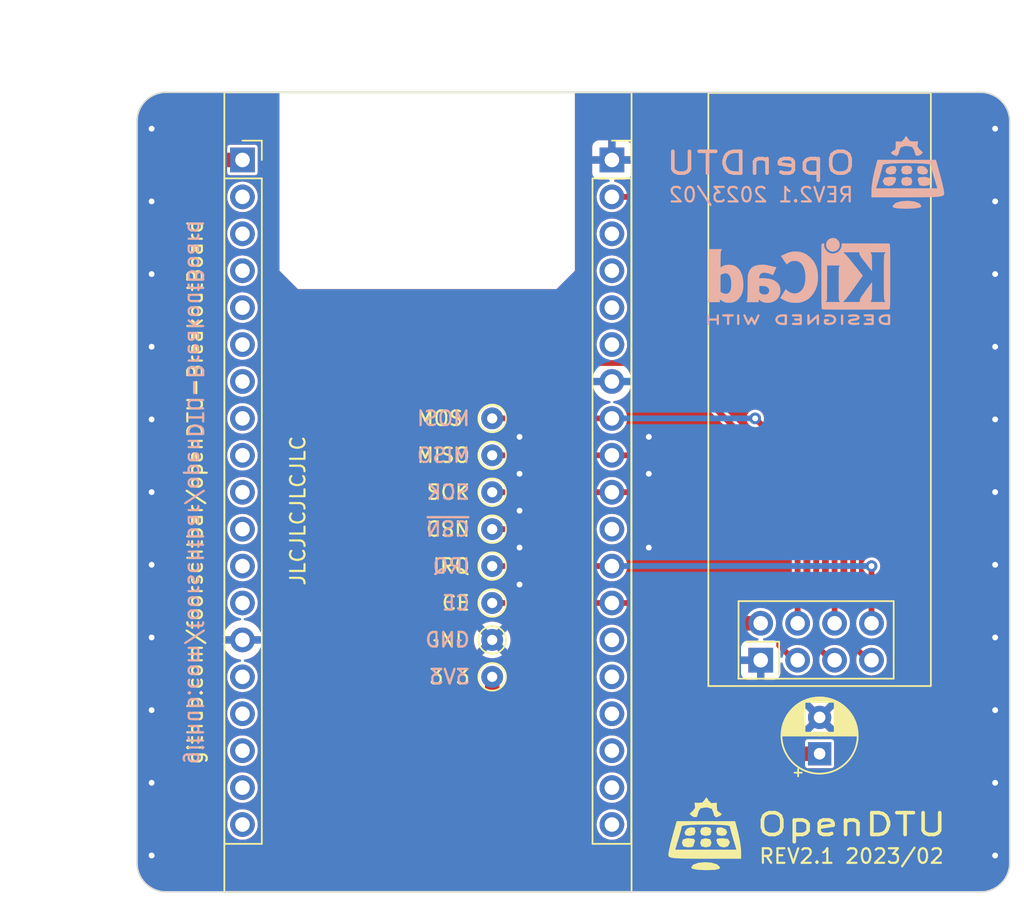
<source format=kicad_pcb>
(kicad_pcb (version 20221018) (generator pcbnew)
  (layers (0 "F.Cu" signal) (31 "B.Cu" signal) (34 "B.Paste" user) (35 "F.Paste" user) (36 "B.SilkS" user "B.Silkscreen") (37 "F.SilkS" user "F.Silkscreen") (38 "B.Mask" user) (39 "F.Mask" user) (44 "Edge.Cuts" user))
  (net 0 "")
  (net 1 "+3.3V")
  (net 14 "GND")
  (net 26 "/CE")
  (net 27 "/IRQ")
  (net 29 "/~{CSN}")
  (net 30 "/SCK")
  (net 31 "/MISO")
  (net 36 "/MOSI")
  (footprint "TestPoint:TestPoint_THTPad_D1.5mm_Drill0.7mm" (layer "F.Cu") (at 139.5975 92.866)
    (fp_text reference "TP2" hide)
    (fp_text value "TestPoint" hide)
    (fp_text user "MISO" (at -3.353333 0 unlocked) (layer "B.SilkS") (effects (justify mirror)))
    (fp_text user "MISO" (at -3.353333 0 unlocked) (layer "F.SilkS"))
    (pad "1" thru_hole circle (at 0 0) (size 1.5 1.5) (drill 0.7) (layers "*.Cu" "*.Mask") (net 31 "/MISO"))
  )
  (footprint "TestPoint:TestPoint_THTPad_D1.5mm_Drill0.7mm" (layer "F.Cu") (at 139.5975 108.106)
    (fp_text reference "TP7" hide)
    (fp_text value "TestPoint" hide)
    (pad "1" thru_hole circle (at 0 0) (size 1.5 1.5) (drill 0.7) (layers "*.Cu" "*.Mask") (net 1 "+3.3V"))
  )
  (footprint "TestPoint:TestPoint_THTPad_D1.5mm_Drill0.7mm" (layer "F.Cu") (at 139.5975 95.406)
    (fp_text reference "TP3" hide)
    (fp_text value "TestPoint" hide)
    (fp_text user "SCK" (at -3.02 0 unlocked) (layer "B.SilkS") (effects (justify mirror)))
    (fp_text user "SCK" (at -3.02 0 unlocked) (layer "F.SilkS"))
    (pad "1" thru_hole circle (at 0 0) (size 1.5 1.5) (drill 0.7) (layers "*.Cu" "*.Mask") (net 30 "/SCK"))
  )
  (footprint "TestPoint:TestPoint_THTPad_D1.5mm_Drill0.7mm" (layer "F.Cu") (at 139.5975 90.326)
    (fp_text reference "TP1" hide)
    (fp_text value "TestPoint" hide)
    (fp_text user "MOSI" (at -3.353333 0 unlocked) (layer "B.SilkS") (effects (justify mirror)))
    (fp_text user "MOSI" (at -3.353333 0 unlocked) (layer "F.SilkS"))
    (pad "1" thru_hole circle (at 0 0) (size 1.5 1.5) (drill 0.7) (layers "*.Cu" "*.Mask") (net 36 "/MOSI"))
  )
  (footprint "ESP32-NodeMCU_WROOM_32:ESP32-NodeMCU_WROOM_32" (layer "F.Cu") (at 122.4275 72.546)
    (fp_text reference "U1" hide)
    (fp_text value "ESP32NodeMCU")
    (pad "1" thru_hole rect (at 0 0) (size 1.7 1.7) (drill 1) (layers "*.Cu" "*.Mask") (net 1 "+3.3V"))
    (pad "2" thru_hole oval (at 0 2.54) (size 1.7 1.7) (drill 1) (layers "*.Cu" "*.Mask"))
    (pad "3" thru_hole oval (at 0 5.08) (size 1.7 1.7) (drill 1) (layers "*.Cu" "*.Mask"))
    (pad "4" thru_hole oval (at 0 7.62) (size 1.7 1.7) (drill 1) (layers "*.Cu" "*.Mask"))
    (pad "5" thru_hole oval (at 0 10.16) (size 1.7 1.7) (drill 1) (layers "*.Cu" "*.Mask"))
    (pad "6" thru_hole oval (at 0 12.7) (size 1.7 1.7) (drill 1) (layers "*.Cu" "*.Mask"))
    (pad "7" thru_hole oval (at 0 15.24) (size 1.7 1.7) (drill 1) (layers "*.Cu" "*.Mask"))
    (pad "8" thru_hole oval (at 0 17.78) (size 1.7 1.7) (drill 1) (layers "*.Cu" "*.Mask"))
    (pad "9" thru_hole oval (at 0 20.32) (size 1.7 1.7) (drill 1) (layers "*.Cu" "*.Mask"))
    (pad "10" thru_hole oval (at 0 22.86) (size 1.7 1.7) (drill 1) (layers "*.Cu" "*.Mask"))
    (pad "11" thru_hole oval (at 0 25.4) (size 1.7 1.7) (drill 1) (layers "*.Cu" "*.Mask"))
    (pad "12" thru_hole oval (at 0 27.94) (size 1.7 1.7) (drill 1) (layers "*.Cu" "*.Mask"))
    (pad "13" thru_hole oval (at 0 30.48) (size 1.7 1.7) (drill 1) (layers "*.Cu" "*.Mask"))
    (pad "14" thru_hole oval (at 0 33.02) (size 1.7 1.7) (drill 1) (layers "*.Cu" "*.Mask") (net 14 "GND"))
    (pad "15" thru_hole oval (at 0 35.56) (size 1.7 1.7) (drill 1) (layers "*.Cu" "*.Mask"))
    (pad "16" thru_hole oval (at 0 38.1) (size 1.7 1.7) (drill 1) (layers "*.Cu" "*.Mask"))
    (pad "17" thru_hole oval (at 0 40.64) (size 1.7 1.7) (drill 1) (layers "*.Cu" "*.Mask"))
    (pad "18" thru_hole oval (at 0 43.18) (size 1.7 1.7) (drill 1) (layers "*.Cu" "*.Mask"))
    (pad "19" thru_hole oval (at 0 45.72) (size 1.7 1.7) (drill 1) (layers "*.Cu" "*.Mask"))
    (pad "20" thru_hole oval (at 25.4 45.72) (size 1.7 1.7) (drill 1) (layers "*.Cu" "*.Mask"))
    (pad "21" thru_hole oval (at 25.4 43.18) (size 1.7 1.7) (drill 1) (layers "*.Cu" "*.Mask"))
    (pad "22" thru_hole oval (at 25.4 40.64) (size 1.7 1.7) (drill 1) (layers "*.Cu" "*.Mask"))
    (pad "23" thru_hole oval (at 25.4 38.1) (size 1.7 1.7) (drill 1) (layers "*.Cu" "*.Mask"))
    (pad "24" thru_hole oval (at 25.4 35.56) (size 1.7 1.7) (drill 1) (layers "*.Cu" "*.Mask"))
    (pad "25" thru_hole oval (at 25.4 33.02) (size 1.7 1.7) (drill 1) (layers "*.Cu" "*.Mask"))
    (pad "26" thru_hole oval (at 25.4 30.48) (size 1.7 1.7) (drill 1) (layers "*.Cu" "*.Mask") (net 26 "/CE"))
    (pad "27" thru_hole oval (at 25.4 27.94) (size 1.7 1.7) (drill 1) (layers "*.Cu" "*.Mask") (net 27 "/IRQ"))
    (pad "28" thru_hole oval (at 25.4 25.4) (size 1.7 1.7) (drill 1) (layers "*.Cu" "*.Mask"))
    (pad "29" thru_hole oval (at 25.4 22.86) (size 1.7 1.7) (drill 1) (layers "*.Cu" "*.Mask") (net 29 "/~{CSN}"))
    (pad "30" thru_hole oval (at 25.4 20.32) (size 1.7 1.7) (drill 1) (layers "*.Cu" "*.Mask") (net 30 "/SCK"))
    (pad "31" thru_hole oval (at 25.4 17.78) (size 1.7 1.7) (drill 1) (layers "*.Cu" "*.Mask") (net 31 "/MISO"))
    (pad "32" thru_hole oval (at 25.4 15.24) (size 1.7 1.7) (drill 1) (layers "*.Cu" "*.Mask") (net 14 "GND"))
    (pad "33" thru_hole oval (at 25.4 12.7) (size 1.7 1.7) (drill 1) (layers "*.Cu" "*.Mask"))
    (pad "34" thru_hole oval (at 25.4 10.16) (size 1.7 1.7) (drill 1) (layers "*.Cu" "*.Mask"))
    (pad "35" thru_hole oval (at 25.4 7.62) (size 1.7 1.7) (drill 1) (layers "*.Cu" "*.Mask"))
    (pad "36" thru_hole oval (at 25.4 5.08) (size 1.7 1.7) (drill 1) (layers "*.Cu" "*.Mask"))
    (pad "37" thru_hole oval (at 25.4 2.54) (size 1.7 1.7) (drill 1) (layers "*.Cu" "*.Mask") (net 36 "/MOSI"))
    (pad "38" thru_hole rect (at 25.4 0) (size 1.7 1.7) (drill 1) (layers "*.Cu" "*.Mask") (net 14 "GND"))
  )
  (footprint "OpenDTU_logo:OpenDTU" (layer "F.Cu") (at 154.208694 118.896)
    (fp_text reference "G***" hide)
    (fp_text value "LOGO" hide)
  )
  (footprint "Capacitor_THT:CP_Radial_D5.0mm_P2.50mm" (layer "F.Cu") (at 162.11 113.396 90)
    (fp_text reference "C1" hide)
    (fp_text value "10uF" hide)
    (pad "1" thru_hole rect (at 0 0 90) (size 1.6 1.6) (drill 0.8) (layers "*.Cu" "*.Mask") (net 1 "+3.3V"))
    (pad "2" thru_hole circle (at 2.5 0 90) (size 1.6 1.6) (drill 0.8) (layers "*.Cu" "*.Mask") (net 14 "GND"))
  )
  (footprint "TestPoint:TestPoint_THTPad_D1.5mm_Drill0.7mm" (layer "F.Cu") (at 139.5975 100.486)
    (fp_text reference "TP5" hide)
    (fp_text value "TestPoint" hide)
    (fp_text user "IRQ" (at -2.805714 0 unlocked) (layer "B.SilkS") (effects (justify mirror)))
    (fp_text user "IRQ" (at -2.805714 0 unlocked) (layer "F.SilkS"))
    (pad "1" thru_hole circle (at 0 0) (size 1.5 1.5) (drill 0.7) (layers "*.Cu" "*.Mask") (net 27 "/IRQ"))
  )
  (footprint "TestPoint:TestPoint_THTPad_D1.5mm_Drill0.7mm" (layer "F.Cu") (at 139.5975 103.026)
    (fp_text reference "TP6" hide)
    (fp_text value "TestPoint" hide)
    (fp_text user "GND" (at -3.067619 2.54 unlocked) (layer "B.SilkS") (effects (justify mirror)))
    (fp_text user "CE" (at -2.49619 0 unlocked) (layer "B.SilkS") (effects (justify mirror)))
    (fp_text user "3V3" (at -2.924762 5.08 unlocked) (layer "B.SilkS") (effects (justify mirror)))
    (fp_text user "GND" (at -3.067619 2.54 unlocked) (layer "F.SilkS"))
    (fp_text user "CE" (at -2.49619 0 unlocked) (layer "F.SilkS"))
    (fp_text user "3V3" (at -2.924762 5.08 unlocked) (layer "F.SilkS"))
    (pad "1" thru_hole circle (at 0 0) (size 1.5 1.5) (drill 0.7) (layers "*.Cu" "*.Mask") (net 26 "/CE"))
  )
  (footprint "nRF24L01+PA+LNA_Breakout:nRF24L01+PA+LNA_Breakout" (layer "F.Cu") (at 158.06 106.961 90)
    (fp_text reference "U2" hide)
    (fp_text value "NRF24L01+PA+LNA_Breakout" hide)
    (pad "1" thru_hole rect (at 0 0 90) (size 1.7 1.7) (drill 1) (layers "*.Cu" "*.Mask") (net 14 "GND"))
    (pad "2" thru_hole circle (at 2.54 0 90) (size 1.7 1.7) (drill 1) (layers "*.Cu" "*.Mask") (net 1 "+3.3V"))
    (pad "3" thru_hole circle (at 0 2.54 90) (size 1.7 1.7) (drill 1) (layers "*.Cu" "*.Mask") (net 26 "/CE"))
    (pad "4" thru_hole circle (at 2.54 2.54 90) (size 1.7 1.7) (drill 1) (layers "*.Cu" "*.Mask") (net 29 "/~{CSN}"))
    (pad "5" thru_hole circle (at 0 5.08 90) (size 1.7 1.7) (drill 1) (layers "*.Cu" "*.Mask") (net 30 "/SCK"))
    (pad "6" thru_hole circle (at 2.54 5.08 90) (size 1.7 1.7) (drill 1) (layers "*.Cu" "*.Mask") (net 36 "/MOSI"))
    (pad "7" thru_hole circle (at 0 7.62 90) (size 1.7 1.7) (drill 1) (layers "*.Cu" "*.Mask") (net 31 "/MISO"))
    (pad "8" thru_hole circle (at 2.54 7.62 90) (size 1.7 1.7) (drill 1) (layers "*.Cu" "*.Mask") (net 27 "/IRQ"))
  )
  (footprint "TestPoint:TestPoint_THTPad_D1.5mm_Drill0.7mm" (layer "F.Cu") (at 139.5975 105.566)
    (fp_text reference "TP8" hide)
    (fp_text value "TestPoint" hide)
    (pad "1" thru_hole circle (at 0 0) (size 1.5 1.5) (drill 0.7) (layers "*.Cu" "*.Mask") (net 14 "GND"))
  )
  (footprint "TestPoint:TestPoint_THTPad_D1.5mm_Drill0.7mm" (layer "F.Cu") (at 139.5975 97.946)
    (fp_text reference "TP4" hide)
    (fp_text value "TestPoint" hide)
    (fp_text user "~{CSN}" (at -3.043809 0 unlocked) (layer "B.SilkS") (effects (justify mirror)))
    (fp_text user "~{CSN}" (at -3.043809 0 unlocked) (layer "F.SilkS"))
    (pad "1" thru_hole circle (at 0 0) (size 1.5 1.5) (drill 0.7) (layers "*.Cu" "*.Mask") (net 29 "/~{CSN}"))
  )
  (footprint "OpenDTU_logo:OpenDTU" (layer "B.Cu") (at 168.18 73.396 180)
    (fp_text reference "G***" hide)
    (fp_text value "LOGO" hide)
  )
  (footprint "Symbol:KiCad-Logo2_5mm_SilkScreen" (layer "B.Cu") (at 160.68 80.896 180)
    (fp_text reference "REF**" hide)
    (fp_text value "KiCad-Logo2_5mm_SilkScreen" hide)
  )
  (gr_arc (start 173.18 67.896) (mid 174.594214 68.481786) (end 175.18 69.896) (stroke (width 0.1)) (layer "Edge.Cuts"))
  (gr_line (start 175.18 69.896) (end 175.18 120.896) (stroke (width 0.1)) (layer "Edge.Cuts"))
  (gr_line (start 115.18 120.896) (end 115.18 69.896) (stroke (width 0.1)) (layer "Edge.Cuts"))
  (gr_line (start 117.18 67.896) (end 173.18 67.896) (stroke (width 0.1)) (layer "Edge.Cuts"))
  (gr_line (start 173.18 122.896) (end 117.18 122.896) (stroke (width 0.1)) (layer "Edge.Cuts"))
  (gr_arc (start 175.18 120.896) (mid 174.594214 122.310214) (end 173.18 122.896) (stroke (width 0.1)) (layer "Edge.Cuts"))
  (gr_arc (start 115.18 69.896) (mid 115.765786 68.481786) (end 117.18 67.896) (stroke (width 0.1)) (layer "Edge.Cuts"))
  (gr_arc (start 117.18 122.896) (mid 115.765786 122.310214) (end 115.18 120.896) (stroke (width 0.1)) (layer "Edge.Cuts"))
  (gr_text "REV2.1 2023/02" (at 164.514524 74.9446) (layer "B.SilkS") (effects (font (size 1 1)) (justify left mirror)))
  (gr_text "github.com/foorschtbar/openDTU-BreakoutBoard" (at 119.18 95.396 -90) (layer "B.SilkS") (effects (font (size 1 1)) (justify mirror)))
  (gr_text "OpenDTU" (at 164.755 72.7696) (layer "B.SilkS") (effects (font (size 1.5 2) (thickness 0.25)) (justify left mirror)))
  (gr_text "REV2.1 2023/02" (at 157.87417 120.4446) (layer "F.SilkS") (effects (font (size 1 1)) (justify left)))
  (gr_text "OpenDTU" (at 157.633694 118.2696) (layer "F.SilkS") (effects (font (size 1.5 2) (thickness 0.25)) (justify left)))
  (gr_text "github.com/foorschtbar/openDTU-BreakoutBoard" (at 119.18 95.396 90) (layer "F.SilkS") (effects (font (size 1 1))))
  (gr_text "JLCJLCJLCJLC" (at 126.2375 96.676 90) (layer "F.SilkS") (effects (font (size 1 1))))
  (segment (start 154.18 119.396) (end 154.18 113.396) (width 1) (layer "F.Cu") (net 1))
  (segment (start 119.18 74.396) (end 119.18 118.396) (width 1) (layer "F.Cu") (net 1))
  (segment (start 162.11 113.396) (end 154.18 113.396) (width 1) (layer "F.Cu") (net 1))
  (segment (start 122.18 121.396) (end 139.68 121.396) (width 1) (layer "F.Cu") (net 1))
  (segment (start 119.18 118.396) (end 122.18 121.396) (width 1) (layer "F.Cu") (net 1))
  (segment (start 154.18 106.396) (end 156.155 104.421) (width 1) (layer "F.Cu") (net 1))
  (segment (start 122.4275 72.546) (end 121.03 72.546) (width 1) (layer "F.Cu") (net 1))
  (segment (start 154.18 113.396) (end 154.18 106.396) (width 1) (layer "F.Cu") (net 1))
  (segment (start 139.5975 121.3135) (end 139.68 121.396) (width 1) (layer "F.Cu") (net 1))
  (segment (start 156.155 104.421) (end 158.06 104.421) (width 1) (layer "F.Cu") (net 1))
  (segment (start 152.18 121.396) (end 154.18 119.396) (width 1) (layer "F.Cu") (net 1))
  (segment (start 139.68 121.396) (end 152.18 121.396) (width 1) (layer "F.Cu") (net 1))
  (segment (start 139.5975 108.106) (end 139.5975 121.3135) (width 1) (layer "F.Cu") (net 1))
  (segment (start 121.03 72.546) (end 119.18 74.396) (width 1) (layer "F.Cu") (net 1))
  (via (at 174.18 75.396) (size 0.8) (drill 0.4) (layers "F.Cu" "B.Cu") (net 14))
  (via (at 150.3675 99.216) (size 0.8) (drill 0.4) (layers "F.Cu" "B.Cu") (net 14))
  (via (at 116.18 110.396) (size 0.8) (drill 0.4) (layers "F.Cu" "B.Cu") (net 14))
  (via (at 174.18 70.396) (size 0.8) (drill 0.4) (layers "F.Cu" "B.Cu") (net 14))
  (via (at 174.18 100.396) (size 0.8) (drill 0.4) (layers "F.Cu" "B.Cu") (net 14))
  (via (at 116.18 95.396) (size 0.8) (drill 0.4) (layers "F.Cu" "B.Cu") (net 14))
  (via (at 174.18 85.396) (size 0.8) (drill 0.4) (layers "F.Cu" "B.Cu") (net 14))
  (via (at 174.18 95.396) (size 0.8) (drill 0.4) (layers "F.Cu" "B.Cu") (net 14))
  (via (at 150.3675 91.596) (size 0.8) (drill 0.4) (layers "F.Cu" "B.Cu") (net 14))
  (via (at 150.3675 94.136) (size 0.8) (drill 0.4) (layers "F.Cu" "B.Cu") (net 14))
  (via (at 116.18 100.396) (size 0.8) (drill 0.4) (layers "F.Cu" "B.Cu") (net 14))
  (via (at 116.18 90.396) (size 0.8) (drill 0.4) (layers "F.Cu" "B.Cu") (net 14))
  (via (at 141.4775 101.756) (size 0.8) (drill 0.4) (layers "F.Cu" "B.Cu") (net 14))
  (via (at 174.18 90.396) (size 0.8) (drill 0.4) (layers "F.Cu" "B.Cu") (net 14))
  (via (at 174.18 110.396) (size 0.8) (drill 0.4) (layers "F.Cu" "B.Cu") (net 14))
  (via (at 116.18 85.396) (size 0.8) (drill 0.4) (layers "F.Cu" "B.Cu") (net 14))
  (via (at 116.18 120.396) (size 0.8) (drill 0.4) (layers "F.Cu" "B.Cu") (net 14))
  (via (at 116.18 75.396) (size 0.8) (drill 0.4) (layers "F.Cu" "B.Cu") (net 14))
  (via (at 116.18 105.396) (size 0.8) (drill 0.4) (layers "F.Cu" "B.Cu") (net 14))
  (via (at 116.18 115.396) (size 0.8) (drill 0.4) (layers "F.Cu" "B.Cu") (net 14))
  (via (at 116.18 70.396) (size 0.8) (drill 0.4) (layers "F.Cu" "B.Cu") (net 14))
  (via (at 116.18 80.396) (size 0.8) (drill 0.4) (layers "F.Cu" "B.Cu") (net 14))
  (via (at 174.18 80.396) (size 0.8) (drill 0.4) (layers "F.Cu" "B.Cu") (net 14))
  (via (at 174.18 105.396) (size 0.8) (drill 0.4) (layers "F.Cu" "B.Cu") (net 14))
  (via (at 174.18 120.396) (size 0.8) (drill 0.4) (layers "F.Cu" "B.Cu") (net 14))
  (via (at 141.4775 94.136) (size 0.8) (drill 0.4) (layers "F.Cu" "B.Cu") (net 14))
  (via (at 141.4775 91.596) (size 0.8) (drill 0.4) (layers "F.Cu" "B.Cu") (net 14))
  (via (at 141.4775 96.676) (size 0.8) (drill 0.4) (layers "F.Cu" "B.Cu") (net 14))
  (via (at 141.4775 99.216) (size 0.8) (drill 0.4) (layers "F.Cu" "B.Cu") (net 14))
  (via (at 174.18 115.396) (size 0.8) (drill 0.4) (layers "F.Cu" "B.Cu") (net 14))
  (segment (start 147.8275 103.026) (end 158.432767 103.026) (width 0.4) (layer "F.Cu") (net 26))
  (segment (start 159.3342 103.927433) (end 159.3342 105.9452) (width 0.4) (layer "F.Cu") (net 26))
  (segment (start 147.8275 103.026) (end 139.5975 103.026) (width 0.4) (layer "F.Cu") (net 26))
  (segment (start 159.3342 105.9452) (end 160.6 107.211) (width 0.4) (layer "F.Cu") (net 26))
  (segment (start 158.432767 103.026) (end 159.3342 103.927433) (width 0.4) (layer "F.Cu") (net 26))
  (segment (start 147.8275 100.486) (end 139.5975 100.486) (width 0.4) (layer "F.Cu") (net 27))
  (segment (start 165.68 100.486) (end 165.68 104.421) (width 0.4) (layer "F.Cu") (net 27))
  (via (at 165.68 100.486) (size 0.8) (drill 0.4) (layers "F.Cu" "B.Cu") (net 27))
  (segment (start 165.6842 100.486) (end 147.8275 100.486) (width 0.4) (layer "B.Cu") (net 27))
  (segment (start 142.7475 97.946) (end 145.2875 95.406) (width 0.4) (layer "F.Cu") (net 29))
  (segment (start 147.8275 95.406) (end 156.69 95.406) (width 0.4) (layer "F.Cu") (net 29))
  (segment (start 160.6 99.316) (end 160.6 104.671) (width 0.4) (layer "F.Cu") (net 29))
  (segment (start 156.69 95.406) (end 160.6 99.316) (width 0.4) (layer "F.Cu") (net 29))
  (segment (start 145.2875 95.406) (end 147.8275 95.406) (width 0.4) (layer "F.Cu") (net 29))
  (segment (start 139.5975 97.946) (end 142.7475 97.946) (width 0.4) (layer "F.Cu") (net 29))
  (segment (start 156.15 92.866) (end 161.8742 98.5902) (width 0.4) (layer "F.Cu") (net 30))
  (segment (start 139.5975 95.406) (end 142.7475 95.406) (width 0.4) (layer "F.Cu") (net 30))
  (segment (start 161.8742 105.9452) (end 163.14 107.211) (width 0.4) (layer "F.Cu") (net 30))
  (segment (start 142.7475 95.406) (end 145.2875 92.866) (width 0.4) (layer "F.Cu") (net 30))
  (segment (start 145.2875 92.866) (end 147.8275 92.866) (width 0.4) (layer "F.Cu") (net 30))
  (segment (start 147.8275 92.866) (end 156.15 92.866) (width 0.4) (layer "F.Cu") (net 30))
  (segment (start 161.8742 98.5902) (end 161.8742 105.9452) (width 0.4) (layer "F.Cu") (net 30))
  (segment (start 165.68 107.211) (end 164.4142 105.9452) (width 0.4) (layer "F.Cu") (net 31))
  (segment (start 164.4142 105.9452) (end 164.4142 97.0602) (width 0.4) (layer "F.Cu") (net 31))
  (segment (start 139.5975 92.866) (end 142.7475 92.866) (width 0.4) (layer "F.Cu") (net 31))
  (segment (start 164.4142 97.0602) (end 157.68 90.326) (width 0.4) (layer "F.Cu") (net 31))
  (segment (start 145.2875 90.326) (end 147.8275 90.326) (width 0.4) (layer "F.Cu") (net 31))
  (segment (start 142.7475 92.866) (end 145.2875 90.326) (width 0.4) (layer "F.Cu") (net 31))
  (via (at 157.68 90.326) (size 0.8) (drill 0.4) (layers "F.Cu" "B.Cu") (net 31))
  (segment (start 147.8275 90.326) (end 157.68 90.326) (width 0.4) (layer "B.Cu") (net 31))
  (segment (start 151.8152 86.516) (end 150.3675 86.516) (width 0.4) (layer "F.Cu") (net 36))
  (segment (start 146.5575 86.516) (end 150.3675 86.516) (width 0.4) (layer "F.Cu") (net 36))
  (segment (start 163.14 104.671) (end 163.14 97.8408) (width 0.4) (layer "F.Cu") (net 36))
  (segment (start 150.3675 76.356) (end 149.0975 75.086) (width 0.4) (layer "F.Cu") (net 36))
  (segment (start 149.0975 75.086) (end 147.8275 75.086) (width 0.4) (layer "F.Cu") (net 36))
  (segment (start 139.5975 90.326) (end 142.7475 90.326) (width 0.4) (layer "F.Cu") (net 36))
  (segment (start 150.3675 86.516) (end 150.3675 76.356) (width 0.4) (layer "F.Cu") (net 36))
  (segment (start 142.7475 90.326) (end 146.5575 86.516) (width 0.4) (layer "F.Cu") (net 36))
  (segment (start 163.14 97.8408) (end 151.8152 86.516) (width 0.4) (layer "F.Cu") (net 36))
  (zone (net 14) (net_name "GND") (layers "F&B.Cu") (connect_pads (clearance 0.1524)) (min_thickness 0.1524) (fill yes (thermal_gap 0.508) (thermal_bridge_width 0.508))
    (polygon (pts (xy 176.18 123.896) (xy 114.18 123.896) (xy 114.18 66.896) (xy 176.18 66.896)))
  )
  (zone (net 0) (net_name "") (layers "F&B.Cu") (name "ESP32 WiFi ") (connect_pads (clearance 0)) (min_thickness 0.254)
    (keepout (tracks allowed) (vias allowed) (pads allowed) (copperpour not_allowed) (footprints allowed))
    (fill (thermal_gap 0.508) (thermal_bridge_width 0.508))
    (polygon (pts (xy 145.2875 80.166) (xy 144.6525 80.801) (xy 144.0175 81.436) (xy 135.1275 81.436) (xy 126.2375 81.436) (xy 125.6025 80.801) (xy 124.9675 80.166) (xy 124.9675 75.721) (xy 124.9675 67.896) (xy 145.2875 67.896)))
  )
)
</source>
